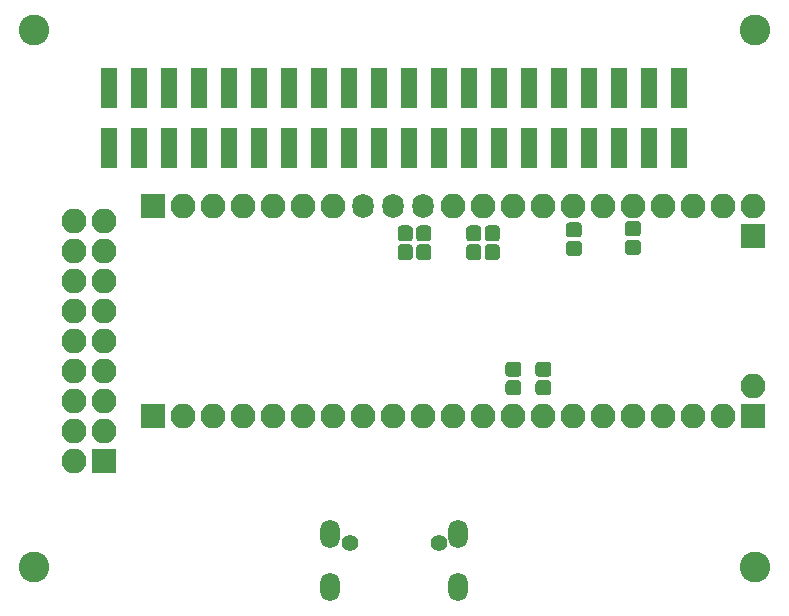
<source format=gbs>
G04 #@! TF.GenerationSoftware,KiCad,Pcbnew,(5.0.0)*
G04 #@! TF.CreationDate,2020-06-15T03:47:07+09:00*
G04 #@! TF.ProjectId,WioTerminal_TangNano,57696F5465726D696E616C5F54616E67,rev?*
G04 #@! TF.SameCoordinates,Original*
G04 #@! TF.FileFunction,Soldermask,Bot*
G04 #@! TF.FilePolarity,Negative*
%FSLAX46Y46*%
G04 Gerber Fmt 4.6, Leading zero omitted, Abs format (unit mm)*
G04 Created by KiCad (PCBNEW (5.0.0)) date 06/15/20 03:47:07*
%MOMM*%
%LPD*%
G01*
G04 APERTURE LIST*
%ADD10C,1.400000*%
%ADD11O,1.650000X2.400000*%
%ADD12C,0.100000*%
%ADD13C,1.275000*%
%ADD14C,2.600000*%
%ADD15R,1.400000X3.400000*%
%ADD16O,2.100000X2.100000*%
%ADD17O,1.800000X2.100000*%
%ADD18R,2.100000X2.100000*%
G04 APERTURE END LIST*
D10*
G04 #@! TO.C,J8*
X37750000Y5500000D03*
X30250000Y5500000D03*
D11*
X28575000Y6300000D03*
X39425000Y6300000D03*
X28575000Y1800000D03*
X39425000Y1800000D03*
G04 #@! TD*
D12*
G04 #@! TO.C,R1*
G36*
X54587493Y31210965D02*
X54618435Y31206375D01*
X54648778Y31198775D01*
X54678230Y31188237D01*
X54706508Y31174862D01*
X54733338Y31158781D01*
X54758463Y31140147D01*
X54781640Y31119140D01*
X54802647Y31095963D01*
X54821281Y31070838D01*
X54837362Y31044008D01*
X54850737Y31015730D01*
X54861275Y30986278D01*
X54868875Y30955935D01*
X54873465Y30924993D01*
X54875000Y30893750D01*
X54875000Y30256250D01*
X54873465Y30225007D01*
X54868875Y30194065D01*
X54861275Y30163722D01*
X54850737Y30134270D01*
X54837362Y30105992D01*
X54821281Y30079162D01*
X54802647Y30054037D01*
X54781640Y30030860D01*
X54758463Y30009853D01*
X54733338Y29991219D01*
X54706508Y29975138D01*
X54678230Y29961763D01*
X54648778Y29951225D01*
X54618435Y29943625D01*
X54587493Y29939035D01*
X54556250Y29937500D01*
X53843750Y29937500D01*
X53812507Y29939035D01*
X53781565Y29943625D01*
X53751222Y29951225D01*
X53721770Y29961763D01*
X53693492Y29975138D01*
X53666662Y29991219D01*
X53641537Y30009853D01*
X53618360Y30030860D01*
X53597353Y30054037D01*
X53578719Y30079162D01*
X53562638Y30105992D01*
X53549263Y30134270D01*
X53538725Y30163722D01*
X53531125Y30194065D01*
X53526535Y30225007D01*
X53525000Y30256250D01*
X53525000Y30893750D01*
X53526535Y30924993D01*
X53531125Y30955935D01*
X53538725Y30986278D01*
X53549263Y31015730D01*
X53562638Y31044008D01*
X53578719Y31070838D01*
X53597353Y31095963D01*
X53618360Y31119140D01*
X53641537Y31140147D01*
X53666662Y31158781D01*
X53693492Y31174862D01*
X53721770Y31188237D01*
X53751222Y31198775D01*
X53781565Y31206375D01*
X53812507Y31210965D01*
X53843750Y31212500D01*
X54556250Y31212500D01*
X54587493Y31210965D01*
X54587493Y31210965D01*
G37*
D13*
X54200000Y30575000D03*
D12*
G36*
X54587493Y32785965D02*
X54618435Y32781375D01*
X54648778Y32773775D01*
X54678230Y32763237D01*
X54706508Y32749862D01*
X54733338Y32733781D01*
X54758463Y32715147D01*
X54781640Y32694140D01*
X54802647Y32670963D01*
X54821281Y32645838D01*
X54837362Y32619008D01*
X54850737Y32590730D01*
X54861275Y32561278D01*
X54868875Y32530935D01*
X54873465Y32499993D01*
X54875000Y32468750D01*
X54875000Y31831250D01*
X54873465Y31800007D01*
X54868875Y31769065D01*
X54861275Y31738722D01*
X54850737Y31709270D01*
X54837362Y31680992D01*
X54821281Y31654162D01*
X54802647Y31629037D01*
X54781640Y31605860D01*
X54758463Y31584853D01*
X54733338Y31566219D01*
X54706508Y31550138D01*
X54678230Y31536763D01*
X54648778Y31526225D01*
X54618435Y31518625D01*
X54587493Y31514035D01*
X54556250Y31512500D01*
X53843750Y31512500D01*
X53812507Y31514035D01*
X53781565Y31518625D01*
X53751222Y31526225D01*
X53721770Y31536763D01*
X53693492Y31550138D01*
X53666662Y31566219D01*
X53641537Y31584853D01*
X53618360Y31605860D01*
X53597353Y31629037D01*
X53578719Y31654162D01*
X53562638Y31680992D01*
X53549263Y31709270D01*
X53538725Y31738722D01*
X53531125Y31769065D01*
X53526535Y31800007D01*
X53525000Y31831250D01*
X53525000Y32468750D01*
X53526535Y32499993D01*
X53531125Y32530935D01*
X53538725Y32561278D01*
X53549263Y32590730D01*
X53562638Y32619008D01*
X53578719Y32645838D01*
X53597353Y32670963D01*
X53618360Y32694140D01*
X53641537Y32715147D01*
X53666662Y32733781D01*
X53693492Y32749862D01*
X53721770Y32763237D01*
X53751222Y32773775D01*
X53781565Y32781375D01*
X53812507Y32785965D01*
X53843750Y32787500D01*
X54556250Y32787500D01*
X54587493Y32785965D01*
X54587493Y32785965D01*
G37*
D13*
X54200000Y32150000D03*
G04 #@! TD*
D12*
G04 #@! TO.C,R2*
G36*
X49587493Y32685965D02*
X49618435Y32681375D01*
X49648778Y32673775D01*
X49678230Y32663237D01*
X49706508Y32649862D01*
X49733338Y32633781D01*
X49758463Y32615147D01*
X49781640Y32594140D01*
X49802647Y32570963D01*
X49821281Y32545838D01*
X49837362Y32519008D01*
X49850737Y32490730D01*
X49861275Y32461278D01*
X49868875Y32430935D01*
X49873465Y32399993D01*
X49875000Y32368750D01*
X49875000Y31731250D01*
X49873465Y31700007D01*
X49868875Y31669065D01*
X49861275Y31638722D01*
X49850737Y31609270D01*
X49837362Y31580992D01*
X49821281Y31554162D01*
X49802647Y31529037D01*
X49781640Y31505860D01*
X49758463Y31484853D01*
X49733338Y31466219D01*
X49706508Y31450138D01*
X49678230Y31436763D01*
X49648778Y31426225D01*
X49618435Y31418625D01*
X49587493Y31414035D01*
X49556250Y31412500D01*
X48843750Y31412500D01*
X48812507Y31414035D01*
X48781565Y31418625D01*
X48751222Y31426225D01*
X48721770Y31436763D01*
X48693492Y31450138D01*
X48666662Y31466219D01*
X48641537Y31484853D01*
X48618360Y31505860D01*
X48597353Y31529037D01*
X48578719Y31554162D01*
X48562638Y31580992D01*
X48549263Y31609270D01*
X48538725Y31638722D01*
X48531125Y31669065D01*
X48526535Y31700007D01*
X48525000Y31731250D01*
X48525000Y32368750D01*
X48526535Y32399993D01*
X48531125Y32430935D01*
X48538725Y32461278D01*
X48549263Y32490730D01*
X48562638Y32519008D01*
X48578719Y32545838D01*
X48597353Y32570963D01*
X48618360Y32594140D01*
X48641537Y32615147D01*
X48666662Y32633781D01*
X48693492Y32649862D01*
X48721770Y32663237D01*
X48751222Y32673775D01*
X48781565Y32681375D01*
X48812507Y32685965D01*
X48843750Y32687500D01*
X49556250Y32687500D01*
X49587493Y32685965D01*
X49587493Y32685965D01*
G37*
D13*
X49200000Y32050000D03*
D12*
G36*
X49587493Y31110965D02*
X49618435Y31106375D01*
X49648778Y31098775D01*
X49678230Y31088237D01*
X49706508Y31074862D01*
X49733338Y31058781D01*
X49758463Y31040147D01*
X49781640Y31019140D01*
X49802647Y30995963D01*
X49821281Y30970838D01*
X49837362Y30944008D01*
X49850737Y30915730D01*
X49861275Y30886278D01*
X49868875Y30855935D01*
X49873465Y30824993D01*
X49875000Y30793750D01*
X49875000Y30156250D01*
X49873465Y30125007D01*
X49868875Y30094065D01*
X49861275Y30063722D01*
X49850737Y30034270D01*
X49837362Y30005992D01*
X49821281Y29979162D01*
X49802647Y29954037D01*
X49781640Y29930860D01*
X49758463Y29909853D01*
X49733338Y29891219D01*
X49706508Y29875138D01*
X49678230Y29861763D01*
X49648778Y29851225D01*
X49618435Y29843625D01*
X49587493Y29839035D01*
X49556250Y29837500D01*
X48843750Y29837500D01*
X48812507Y29839035D01*
X48781565Y29843625D01*
X48751222Y29851225D01*
X48721770Y29861763D01*
X48693492Y29875138D01*
X48666662Y29891219D01*
X48641537Y29909853D01*
X48618360Y29930860D01*
X48597353Y29954037D01*
X48578719Y29979162D01*
X48562638Y30005992D01*
X48549263Y30034270D01*
X48538725Y30063722D01*
X48531125Y30094065D01*
X48526535Y30125007D01*
X48525000Y30156250D01*
X48525000Y30793750D01*
X48526535Y30824993D01*
X48531125Y30855935D01*
X48538725Y30886278D01*
X48549263Y30915730D01*
X48562638Y30944008D01*
X48578719Y30970838D01*
X48597353Y30995963D01*
X48618360Y31019140D01*
X48641537Y31040147D01*
X48666662Y31058781D01*
X48693492Y31074862D01*
X48721770Y31088237D01*
X48751222Y31098775D01*
X48781565Y31106375D01*
X48812507Y31110965D01*
X48843750Y31112500D01*
X49556250Y31112500D01*
X49587493Y31110965D01*
X49587493Y31110965D01*
G37*
D13*
X49200000Y30475000D03*
G04 #@! TD*
D12*
G04 #@! TO.C,R3*
G36*
X47006246Y20885965D02*
X47037188Y20881375D01*
X47067531Y20873775D01*
X47096983Y20863237D01*
X47125261Y20849862D01*
X47152091Y20833781D01*
X47177216Y20815147D01*
X47200393Y20794140D01*
X47221400Y20770963D01*
X47240034Y20745838D01*
X47256115Y20719008D01*
X47269490Y20690730D01*
X47280028Y20661278D01*
X47287628Y20630935D01*
X47292218Y20599993D01*
X47293753Y20568750D01*
X47293753Y19931250D01*
X47292218Y19900007D01*
X47287628Y19869065D01*
X47280028Y19838722D01*
X47269490Y19809270D01*
X47256115Y19780992D01*
X47240034Y19754162D01*
X47221400Y19729037D01*
X47200393Y19705860D01*
X47177216Y19684853D01*
X47152091Y19666219D01*
X47125261Y19650138D01*
X47096983Y19636763D01*
X47067531Y19626225D01*
X47037188Y19618625D01*
X47006246Y19614035D01*
X46975003Y19612500D01*
X46262503Y19612500D01*
X46231260Y19614035D01*
X46200318Y19618625D01*
X46169975Y19626225D01*
X46140523Y19636763D01*
X46112245Y19650138D01*
X46085415Y19666219D01*
X46060290Y19684853D01*
X46037113Y19705860D01*
X46016106Y19729037D01*
X45997472Y19754162D01*
X45981391Y19780992D01*
X45968016Y19809270D01*
X45957478Y19838722D01*
X45949878Y19869065D01*
X45945288Y19900007D01*
X45943753Y19931250D01*
X45943753Y20568750D01*
X45945288Y20599993D01*
X45949878Y20630935D01*
X45957478Y20661278D01*
X45968016Y20690730D01*
X45981391Y20719008D01*
X45997472Y20745838D01*
X46016106Y20770963D01*
X46037113Y20794140D01*
X46060290Y20815147D01*
X46085415Y20833781D01*
X46112245Y20849862D01*
X46140523Y20863237D01*
X46169975Y20873775D01*
X46200318Y20881375D01*
X46231260Y20885965D01*
X46262503Y20887500D01*
X46975003Y20887500D01*
X47006246Y20885965D01*
X47006246Y20885965D01*
G37*
D13*
X46618753Y20250000D03*
D12*
G36*
X47006246Y19310965D02*
X47037188Y19306375D01*
X47067531Y19298775D01*
X47096983Y19288237D01*
X47125261Y19274862D01*
X47152091Y19258781D01*
X47177216Y19240147D01*
X47200393Y19219140D01*
X47221400Y19195963D01*
X47240034Y19170838D01*
X47256115Y19144008D01*
X47269490Y19115730D01*
X47280028Y19086278D01*
X47287628Y19055935D01*
X47292218Y19024993D01*
X47293753Y18993750D01*
X47293753Y18356250D01*
X47292218Y18325007D01*
X47287628Y18294065D01*
X47280028Y18263722D01*
X47269490Y18234270D01*
X47256115Y18205992D01*
X47240034Y18179162D01*
X47221400Y18154037D01*
X47200393Y18130860D01*
X47177216Y18109853D01*
X47152091Y18091219D01*
X47125261Y18075138D01*
X47096983Y18061763D01*
X47067531Y18051225D01*
X47037188Y18043625D01*
X47006246Y18039035D01*
X46975003Y18037500D01*
X46262503Y18037500D01*
X46231260Y18039035D01*
X46200318Y18043625D01*
X46169975Y18051225D01*
X46140523Y18061763D01*
X46112245Y18075138D01*
X46085415Y18091219D01*
X46060290Y18109853D01*
X46037113Y18130860D01*
X46016106Y18154037D01*
X45997472Y18179162D01*
X45981391Y18205992D01*
X45968016Y18234270D01*
X45957478Y18263722D01*
X45949878Y18294065D01*
X45945288Y18325007D01*
X45943753Y18356250D01*
X45943753Y18993750D01*
X45945288Y19024993D01*
X45949878Y19055935D01*
X45957478Y19086278D01*
X45968016Y19115730D01*
X45981391Y19144008D01*
X45997472Y19170838D01*
X46016106Y19195963D01*
X46037113Y19219140D01*
X46060290Y19240147D01*
X46085415Y19258781D01*
X46112245Y19274862D01*
X46140523Y19288237D01*
X46169975Y19298775D01*
X46200318Y19306375D01*
X46231260Y19310965D01*
X46262503Y19312500D01*
X46975003Y19312500D01*
X47006246Y19310965D01*
X47006246Y19310965D01*
G37*
D13*
X46618753Y18675000D03*
G04 #@! TD*
D12*
G04 #@! TO.C,R4*
G36*
X44466246Y19310965D02*
X44497188Y19306375D01*
X44527531Y19298775D01*
X44556983Y19288237D01*
X44585261Y19274862D01*
X44612091Y19258781D01*
X44637216Y19240147D01*
X44660393Y19219140D01*
X44681400Y19195963D01*
X44700034Y19170838D01*
X44716115Y19144008D01*
X44729490Y19115730D01*
X44740028Y19086278D01*
X44747628Y19055935D01*
X44752218Y19024993D01*
X44753753Y18993750D01*
X44753753Y18356250D01*
X44752218Y18325007D01*
X44747628Y18294065D01*
X44740028Y18263722D01*
X44729490Y18234270D01*
X44716115Y18205992D01*
X44700034Y18179162D01*
X44681400Y18154037D01*
X44660393Y18130860D01*
X44637216Y18109853D01*
X44612091Y18091219D01*
X44585261Y18075138D01*
X44556983Y18061763D01*
X44527531Y18051225D01*
X44497188Y18043625D01*
X44466246Y18039035D01*
X44435003Y18037500D01*
X43722503Y18037500D01*
X43691260Y18039035D01*
X43660318Y18043625D01*
X43629975Y18051225D01*
X43600523Y18061763D01*
X43572245Y18075138D01*
X43545415Y18091219D01*
X43520290Y18109853D01*
X43497113Y18130860D01*
X43476106Y18154037D01*
X43457472Y18179162D01*
X43441391Y18205992D01*
X43428016Y18234270D01*
X43417478Y18263722D01*
X43409878Y18294065D01*
X43405288Y18325007D01*
X43403753Y18356250D01*
X43403753Y18993750D01*
X43405288Y19024993D01*
X43409878Y19055935D01*
X43417478Y19086278D01*
X43428016Y19115730D01*
X43441391Y19144008D01*
X43457472Y19170838D01*
X43476106Y19195963D01*
X43497113Y19219140D01*
X43520290Y19240147D01*
X43545415Y19258781D01*
X43572245Y19274862D01*
X43600523Y19288237D01*
X43629975Y19298775D01*
X43660318Y19306375D01*
X43691260Y19310965D01*
X43722503Y19312500D01*
X44435003Y19312500D01*
X44466246Y19310965D01*
X44466246Y19310965D01*
G37*
D13*
X44078753Y18675000D03*
D12*
G36*
X44466246Y20885965D02*
X44497188Y20881375D01*
X44527531Y20873775D01*
X44556983Y20863237D01*
X44585261Y20849862D01*
X44612091Y20833781D01*
X44637216Y20815147D01*
X44660393Y20794140D01*
X44681400Y20770963D01*
X44700034Y20745838D01*
X44716115Y20719008D01*
X44729490Y20690730D01*
X44740028Y20661278D01*
X44747628Y20630935D01*
X44752218Y20599993D01*
X44753753Y20568750D01*
X44753753Y19931250D01*
X44752218Y19900007D01*
X44747628Y19869065D01*
X44740028Y19838722D01*
X44729490Y19809270D01*
X44716115Y19780992D01*
X44700034Y19754162D01*
X44681400Y19729037D01*
X44660393Y19705860D01*
X44637216Y19684853D01*
X44612091Y19666219D01*
X44585261Y19650138D01*
X44556983Y19636763D01*
X44527531Y19626225D01*
X44497188Y19618625D01*
X44466246Y19614035D01*
X44435003Y19612500D01*
X43722503Y19612500D01*
X43691260Y19614035D01*
X43660318Y19618625D01*
X43629975Y19626225D01*
X43600523Y19636763D01*
X43572245Y19650138D01*
X43545415Y19666219D01*
X43520290Y19684853D01*
X43497113Y19705860D01*
X43476106Y19729037D01*
X43457472Y19754162D01*
X43441391Y19780992D01*
X43428016Y19809270D01*
X43417478Y19838722D01*
X43409878Y19869065D01*
X43405288Y19900007D01*
X43403753Y19931250D01*
X43403753Y20568750D01*
X43405288Y20599993D01*
X43409878Y20630935D01*
X43417478Y20661278D01*
X43428016Y20690730D01*
X43441391Y20719008D01*
X43457472Y20745838D01*
X43476106Y20770963D01*
X43497113Y20794140D01*
X43520290Y20815147D01*
X43545415Y20833781D01*
X43572245Y20849862D01*
X43600523Y20863237D01*
X43629975Y20873775D01*
X43660318Y20881375D01*
X43691260Y20885965D01*
X43722503Y20887500D01*
X44435003Y20887500D01*
X44466246Y20885965D01*
X44466246Y20885965D01*
G37*
D13*
X44078753Y20250000D03*
G04 #@! TD*
D12*
G04 #@! TO.C,R11*
G36*
X41074993Y32423465D02*
X41105935Y32418875D01*
X41136278Y32411275D01*
X41165730Y32400737D01*
X41194008Y32387362D01*
X41220838Y32371281D01*
X41245963Y32352647D01*
X41269140Y32331640D01*
X41290147Y32308463D01*
X41308781Y32283338D01*
X41324862Y32256508D01*
X41338237Y32228230D01*
X41348775Y32198778D01*
X41356375Y32168435D01*
X41360965Y32137493D01*
X41362500Y32106250D01*
X41362500Y31393750D01*
X41360965Y31362507D01*
X41356375Y31331565D01*
X41348775Y31301222D01*
X41338237Y31271770D01*
X41324862Y31243492D01*
X41308781Y31216662D01*
X41290147Y31191537D01*
X41269140Y31168360D01*
X41245963Y31147353D01*
X41220838Y31128719D01*
X41194008Y31112638D01*
X41165730Y31099263D01*
X41136278Y31088725D01*
X41105935Y31081125D01*
X41074993Y31076535D01*
X41043750Y31075000D01*
X40406250Y31075000D01*
X40375007Y31076535D01*
X40344065Y31081125D01*
X40313722Y31088725D01*
X40284270Y31099263D01*
X40255992Y31112638D01*
X40229162Y31128719D01*
X40204037Y31147353D01*
X40180860Y31168360D01*
X40159853Y31191537D01*
X40141219Y31216662D01*
X40125138Y31243492D01*
X40111763Y31271770D01*
X40101225Y31301222D01*
X40093625Y31331565D01*
X40089035Y31362507D01*
X40087500Y31393750D01*
X40087500Y32106250D01*
X40089035Y32137493D01*
X40093625Y32168435D01*
X40101225Y32198778D01*
X40111763Y32228230D01*
X40125138Y32256508D01*
X40141219Y32283338D01*
X40159853Y32308463D01*
X40180860Y32331640D01*
X40204037Y32352647D01*
X40229162Y32371281D01*
X40255992Y32387362D01*
X40284270Y32400737D01*
X40313722Y32411275D01*
X40344065Y32418875D01*
X40375007Y32423465D01*
X40406250Y32425000D01*
X41043750Y32425000D01*
X41074993Y32423465D01*
X41074993Y32423465D01*
G37*
D13*
X40725000Y31750000D03*
D12*
G36*
X42649993Y32423465D02*
X42680935Y32418875D01*
X42711278Y32411275D01*
X42740730Y32400737D01*
X42769008Y32387362D01*
X42795838Y32371281D01*
X42820963Y32352647D01*
X42844140Y32331640D01*
X42865147Y32308463D01*
X42883781Y32283338D01*
X42899862Y32256508D01*
X42913237Y32228230D01*
X42923775Y32198778D01*
X42931375Y32168435D01*
X42935965Y32137493D01*
X42937500Y32106250D01*
X42937500Y31393750D01*
X42935965Y31362507D01*
X42931375Y31331565D01*
X42923775Y31301222D01*
X42913237Y31271770D01*
X42899862Y31243492D01*
X42883781Y31216662D01*
X42865147Y31191537D01*
X42844140Y31168360D01*
X42820963Y31147353D01*
X42795838Y31128719D01*
X42769008Y31112638D01*
X42740730Y31099263D01*
X42711278Y31088725D01*
X42680935Y31081125D01*
X42649993Y31076535D01*
X42618750Y31075000D01*
X41981250Y31075000D01*
X41950007Y31076535D01*
X41919065Y31081125D01*
X41888722Y31088725D01*
X41859270Y31099263D01*
X41830992Y31112638D01*
X41804162Y31128719D01*
X41779037Y31147353D01*
X41755860Y31168360D01*
X41734853Y31191537D01*
X41716219Y31216662D01*
X41700138Y31243492D01*
X41686763Y31271770D01*
X41676225Y31301222D01*
X41668625Y31331565D01*
X41664035Y31362507D01*
X41662500Y31393750D01*
X41662500Y32106250D01*
X41664035Y32137493D01*
X41668625Y32168435D01*
X41676225Y32198778D01*
X41686763Y32228230D01*
X41700138Y32256508D01*
X41716219Y32283338D01*
X41734853Y32308463D01*
X41755860Y32331640D01*
X41779037Y32352647D01*
X41804162Y32371281D01*
X41830992Y32387362D01*
X41859270Y32400737D01*
X41888722Y32411275D01*
X41919065Y32418875D01*
X41950007Y32423465D01*
X41981250Y32425000D01*
X42618750Y32425000D01*
X42649993Y32423465D01*
X42649993Y32423465D01*
G37*
D13*
X42300000Y31750000D03*
G04 #@! TD*
D12*
G04 #@! TO.C,R12*
G36*
X42637493Y30823465D02*
X42668435Y30818875D01*
X42698778Y30811275D01*
X42728230Y30800737D01*
X42756508Y30787362D01*
X42783338Y30771281D01*
X42808463Y30752647D01*
X42831640Y30731640D01*
X42852647Y30708463D01*
X42871281Y30683338D01*
X42887362Y30656508D01*
X42900737Y30628230D01*
X42911275Y30598778D01*
X42918875Y30568435D01*
X42923465Y30537493D01*
X42925000Y30506250D01*
X42925000Y29793750D01*
X42923465Y29762507D01*
X42918875Y29731565D01*
X42911275Y29701222D01*
X42900737Y29671770D01*
X42887362Y29643492D01*
X42871281Y29616662D01*
X42852647Y29591537D01*
X42831640Y29568360D01*
X42808463Y29547353D01*
X42783338Y29528719D01*
X42756508Y29512638D01*
X42728230Y29499263D01*
X42698778Y29488725D01*
X42668435Y29481125D01*
X42637493Y29476535D01*
X42606250Y29475000D01*
X41968750Y29475000D01*
X41937507Y29476535D01*
X41906565Y29481125D01*
X41876222Y29488725D01*
X41846770Y29499263D01*
X41818492Y29512638D01*
X41791662Y29528719D01*
X41766537Y29547353D01*
X41743360Y29568360D01*
X41722353Y29591537D01*
X41703719Y29616662D01*
X41687638Y29643492D01*
X41674263Y29671770D01*
X41663725Y29701222D01*
X41656125Y29731565D01*
X41651535Y29762507D01*
X41650000Y29793750D01*
X41650000Y30506250D01*
X41651535Y30537493D01*
X41656125Y30568435D01*
X41663725Y30598778D01*
X41674263Y30628230D01*
X41687638Y30656508D01*
X41703719Y30683338D01*
X41722353Y30708463D01*
X41743360Y30731640D01*
X41766537Y30752647D01*
X41791662Y30771281D01*
X41818492Y30787362D01*
X41846770Y30800737D01*
X41876222Y30811275D01*
X41906565Y30818875D01*
X41937507Y30823465D01*
X41968750Y30825000D01*
X42606250Y30825000D01*
X42637493Y30823465D01*
X42637493Y30823465D01*
G37*
D13*
X42287500Y30150000D03*
D12*
G36*
X41062493Y30823465D02*
X41093435Y30818875D01*
X41123778Y30811275D01*
X41153230Y30800737D01*
X41181508Y30787362D01*
X41208338Y30771281D01*
X41233463Y30752647D01*
X41256640Y30731640D01*
X41277647Y30708463D01*
X41296281Y30683338D01*
X41312362Y30656508D01*
X41325737Y30628230D01*
X41336275Y30598778D01*
X41343875Y30568435D01*
X41348465Y30537493D01*
X41350000Y30506250D01*
X41350000Y29793750D01*
X41348465Y29762507D01*
X41343875Y29731565D01*
X41336275Y29701222D01*
X41325737Y29671770D01*
X41312362Y29643492D01*
X41296281Y29616662D01*
X41277647Y29591537D01*
X41256640Y29568360D01*
X41233463Y29547353D01*
X41208338Y29528719D01*
X41181508Y29512638D01*
X41153230Y29499263D01*
X41123778Y29488725D01*
X41093435Y29481125D01*
X41062493Y29476535D01*
X41031250Y29475000D01*
X40393750Y29475000D01*
X40362507Y29476535D01*
X40331565Y29481125D01*
X40301222Y29488725D01*
X40271770Y29499263D01*
X40243492Y29512638D01*
X40216662Y29528719D01*
X40191537Y29547353D01*
X40168360Y29568360D01*
X40147353Y29591537D01*
X40128719Y29616662D01*
X40112638Y29643492D01*
X40099263Y29671770D01*
X40088725Y29701222D01*
X40081125Y29731565D01*
X40076535Y29762507D01*
X40075000Y29793750D01*
X40075000Y30506250D01*
X40076535Y30537493D01*
X40081125Y30568435D01*
X40088725Y30598778D01*
X40099263Y30628230D01*
X40112638Y30656508D01*
X40128719Y30683338D01*
X40147353Y30708463D01*
X40168360Y30731640D01*
X40191537Y30752647D01*
X40216662Y30771281D01*
X40243492Y30787362D01*
X40271770Y30800737D01*
X40301222Y30811275D01*
X40331565Y30818875D01*
X40362507Y30823465D01*
X40393750Y30825000D01*
X41031250Y30825000D01*
X41062493Y30823465D01*
X41062493Y30823465D01*
G37*
D13*
X40712500Y30150000D03*
G04 #@! TD*
D12*
G04 #@! TO.C,R13*
G36*
X36849993Y32423465D02*
X36880935Y32418875D01*
X36911278Y32411275D01*
X36940730Y32400737D01*
X36969008Y32387362D01*
X36995838Y32371281D01*
X37020963Y32352647D01*
X37044140Y32331640D01*
X37065147Y32308463D01*
X37083781Y32283338D01*
X37099862Y32256508D01*
X37113237Y32228230D01*
X37123775Y32198778D01*
X37131375Y32168435D01*
X37135965Y32137493D01*
X37137500Y32106250D01*
X37137500Y31393750D01*
X37135965Y31362507D01*
X37131375Y31331565D01*
X37123775Y31301222D01*
X37113237Y31271770D01*
X37099862Y31243492D01*
X37083781Y31216662D01*
X37065147Y31191537D01*
X37044140Y31168360D01*
X37020963Y31147353D01*
X36995838Y31128719D01*
X36969008Y31112638D01*
X36940730Y31099263D01*
X36911278Y31088725D01*
X36880935Y31081125D01*
X36849993Y31076535D01*
X36818750Y31075000D01*
X36181250Y31075000D01*
X36150007Y31076535D01*
X36119065Y31081125D01*
X36088722Y31088725D01*
X36059270Y31099263D01*
X36030992Y31112638D01*
X36004162Y31128719D01*
X35979037Y31147353D01*
X35955860Y31168360D01*
X35934853Y31191537D01*
X35916219Y31216662D01*
X35900138Y31243492D01*
X35886763Y31271770D01*
X35876225Y31301222D01*
X35868625Y31331565D01*
X35864035Y31362507D01*
X35862500Y31393750D01*
X35862500Y32106250D01*
X35864035Y32137493D01*
X35868625Y32168435D01*
X35876225Y32198778D01*
X35886763Y32228230D01*
X35900138Y32256508D01*
X35916219Y32283338D01*
X35934853Y32308463D01*
X35955860Y32331640D01*
X35979037Y32352647D01*
X36004162Y32371281D01*
X36030992Y32387362D01*
X36059270Y32400737D01*
X36088722Y32411275D01*
X36119065Y32418875D01*
X36150007Y32423465D01*
X36181250Y32425000D01*
X36818750Y32425000D01*
X36849993Y32423465D01*
X36849993Y32423465D01*
G37*
D13*
X36500000Y31750000D03*
D12*
G36*
X35274993Y32423465D02*
X35305935Y32418875D01*
X35336278Y32411275D01*
X35365730Y32400737D01*
X35394008Y32387362D01*
X35420838Y32371281D01*
X35445963Y32352647D01*
X35469140Y32331640D01*
X35490147Y32308463D01*
X35508781Y32283338D01*
X35524862Y32256508D01*
X35538237Y32228230D01*
X35548775Y32198778D01*
X35556375Y32168435D01*
X35560965Y32137493D01*
X35562500Y32106250D01*
X35562500Y31393750D01*
X35560965Y31362507D01*
X35556375Y31331565D01*
X35548775Y31301222D01*
X35538237Y31271770D01*
X35524862Y31243492D01*
X35508781Y31216662D01*
X35490147Y31191537D01*
X35469140Y31168360D01*
X35445963Y31147353D01*
X35420838Y31128719D01*
X35394008Y31112638D01*
X35365730Y31099263D01*
X35336278Y31088725D01*
X35305935Y31081125D01*
X35274993Y31076535D01*
X35243750Y31075000D01*
X34606250Y31075000D01*
X34575007Y31076535D01*
X34544065Y31081125D01*
X34513722Y31088725D01*
X34484270Y31099263D01*
X34455992Y31112638D01*
X34429162Y31128719D01*
X34404037Y31147353D01*
X34380860Y31168360D01*
X34359853Y31191537D01*
X34341219Y31216662D01*
X34325138Y31243492D01*
X34311763Y31271770D01*
X34301225Y31301222D01*
X34293625Y31331565D01*
X34289035Y31362507D01*
X34287500Y31393750D01*
X34287500Y32106250D01*
X34289035Y32137493D01*
X34293625Y32168435D01*
X34301225Y32198778D01*
X34311763Y32228230D01*
X34325138Y32256508D01*
X34341219Y32283338D01*
X34359853Y32308463D01*
X34380860Y32331640D01*
X34404037Y32352647D01*
X34429162Y32371281D01*
X34455992Y32387362D01*
X34484270Y32400737D01*
X34513722Y32411275D01*
X34544065Y32418875D01*
X34575007Y32423465D01*
X34606250Y32425000D01*
X35243750Y32425000D01*
X35274993Y32423465D01*
X35274993Y32423465D01*
G37*
D13*
X34925000Y31750000D03*
G04 #@! TD*
D12*
G04 #@! TO.C,R14*
G36*
X35274993Y30823465D02*
X35305935Y30818875D01*
X35336278Y30811275D01*
X35365730Y30800737D01*
X35394008Y30787362D01*
X35420838Y30771281D01*
X35445963Y30752647D01*
X35469140Y30731640D01*
X35490147Y30708463D01*
X35508781Y30683338D01*
X35524862Y30656508D01*
X35538237Y30628230D01*
X35548775Y30598778D01*
X35556375Y30568435D01*
X35560965Y30537493D01*
X35562500Y30506250D01*
X35562500Y29793750D01*
X35560965Y29762507D01*
X35556375Y29731565D01*
X35548775Y29701222D01*
X35538237Y29671770D01*
X35524862Y29643492D01*
X35508781Y29616662D01*
X35490147Y29591537D01*
X35469140Y29568360D01*
X35445963Y29547353D01*
X35420838Y29528719D01*
X35394008Y29512638D01*
X35365730Y29499263D01*
X35336278Y29488725D01*
X35305935Y29481125D01*
X35274993Y29476535D01*
X35243750Y29475000D01*
X34606250Y29475000D01*
X34575007Y29476535D01*
X34544065Y29481125D01*
X34513722Y29488725D01*
X34484270Y29499263D01*
X34455992Y29512638D01*
X34429162Y29528719D01*
X34404037Y29547353D01*
X34380860Y29568360D01*
X34359853Y29591537D01*
X34341219Y29616662D01*
X34325138Y29643492D01*
X34311763Y29671770D01*
X34301225Y29701222D01*
X34293625Y29731565D01*
X34289035Y29762507D01*
X34287500Y29793750D01*
X34287500Y30506250D01*
X34289035Y30537493D01*
X34293625Y30568435D01*
X34301225Y30598778D01*
X34311763Y30628230D01*
X34325138Y30656508D01*
X34341219Y30683338D01*
X34359853Y30708463D01*
X34380860Y30731640D01*
X34404037Y30752647D01*
X34429162Y30771281D01*
X34455992Y30787362D01*
X34484270Y30800737D01*
X34513722Y30811275D01*
X34544065Y30818875D01*
X34575007Y30823465D01*
X34606250Y30825000D01*
X35243750Y30825000D01*
X35274993Y30823465D01*
X35274993Y30823465D01*
G37*
D13*
X34925000Y30150000D03*
D12*
G36*
X36849993Y30823465D02*
X36880935Y30818875D01*
X36911278Y30811275D01*
X36940730Y30800737D01*
X36969008Y30787362D01*
X36995838Y30771281D01*
X37020963Y30752647D01*
X37044140Y30731640D01*
X37065147Y30708463D01*
X37083781Y30683338D01*
X37099862Y30656508D01*
X37113237Y30628230D01*
X37123775Y30598778D01*
X37131375Y30568435D01*
X37135965Y30537493D01*
X37137500Y30506250D01*
X37137500Y29793750D01*
X37135965Y29762507D01*
X37131375Y29731565D01*
X37123775Y29701222D01*
X37113237Y29671770D01*
X37099862Y29643492D01*
X37083781Y29616662D01*
X37065147Y29591537D01*
X37044140Y29568360D01*
X37020963Y29547353D01*
X36995838Y29528719D01*
X36969008Y29512638D01*
X36940730Y29499263D01*
X36911278Y29488725D01*
X36880935Y29481125D01*
X36849993Y29476535D01*
X36818750Y29475000D01*
X36181250Y29475000D01*
X36150007Y29476535D01*
X36119065Y29481125D01*
X36088722Y29488725D01*
X36059270Y29499263D01*
X36030992Y29512638D01*
X36004162Y29528719D01*
X35979037Y29547353D01*
X35955860Y29568360D01*
X35934853Y29591537D01*
X35916219Y29616662D01*
X35900138Y29643492D01*
X35886763Y29671770D01*
X35876225Y29701222D01*
X35868625Y29731565D01*
X35864035Y29762507D01*
X35862500Y29793750D01*
X35862500Y30506250D01*
X35864035Y30537493D01*
X35868625Y30568435D01*
X35876225Y30598778D01*
X35886763Y30628230D01*
X35900138Y30656508D01*
X35916219Y30683338D01*
X35934853Y30708463D01*
X35955860Y30731640D01*
X35979037Y30752647D01*
X36004162Y30771281D01*
X36030992Y30787362D01*
X36059270Y30800737D01*
X36088722Y30811275D01*
X36119065Y30818875D01*
X36150007Y30823465D01*
X36181250Y30825000D01*
X36818750Y30825000D01*
X36849993Y30823465D01*
X36849993Y30823465D01*
G37*
D13*
X36500000Y30150000D03*
G04 #@! TD*
D14*
G04 #@! TO.C,MH1*
X3500000Y3500000D03*
G04 #@! TD*
G04 #@! TO.C,MH2*
X64500000Y3500000D03*
G04 #@! TD*
G04 #@! TO.C,MH3*
X64500000Y49000000D03*
G04 #@! TD*
G04 #@! TO.C,MH4*
X3500000Y49000000D03*
G04 #@! TD*
D15*
G04 #@! TO.C,J9*
X9870000Y38980000D03*
X9870000Y44020000D03*
X12410000Y38980000D03*
X12410000Y44020000D03*
X14950000Y38980000D03*
X14950000Y44020000D03*
X17490000Y38980000D03*
X17490000Y44020000D03*
X20030000Y38980000D03*
X20030000Y44020000D03*
X22570000Y38980000D03*
X22570000Y44020000D03*
X25110000Y38980000D03*
X25110000Y44020000D03*
X27650000Y38980000D03*
X27650000Y44020000D03*
X30190000Y38980000D03*
X30190000Y44020000D03*
X32730000Y38980000D03*
X32730000Y44020000D03*
X35270000Y38980000D03*
X35270000Y44020000D03*
X37810000Y38980000D03*
X37810000Y44020000D03*
X40350000Y38980000D03*
X40350000Y44020000D03*
X42890000Y38980000D03*
X42890000Y44020000D03*
X45430000Y38980000D03*
X45430000Y44020000D03*
X47970000Y38980000D03*
X47970000Y44020000D03*
X50510000Y38980000D03*
X50510000Y44020000D03*
X53050000Y38980000D03*
X53050000Y44020000D03*
X55590000Y38980000D03*
X55590000Y44020000D03*
X58130000Y38980000D03*
X58130000Y44020000D03*
G04 #@! TD*
D16*
G04 #@! TO.C,J2*
X61858753Y34067358D03*
X59318753Y34067358D03*
X56778753Y34067358D03*
X54238753Y34067358D03*
X51698753Y34067358D03*
X49158753Y34067358D03*
X46618753Y34067358D03*
X44078753Y34067358D03*
X41538753Y34067358D03*
X38998753Y34067358D03*
D17*
X36458753Y34067358D03*
X33918753Y34067358D03*
X31378753Y34067358D03*
D16*
X28838753Y34067358D03*
X26298753Y34067358D03*
X23758753Y34067358D03*
X21218753Y34067358D03*
X18678753Y34067358D03*
X16138753Y34067358D03*
D18*
X13598753Y34067358D03*
G04 #@! TD*
G04 #@! TO.C,J6*
X13598753Y16287358D03*
D16*
X16138753Y16287358D03*
X18678753Y16287358D03*
X21218753Y16287358D03*
X23758753Y16287358D03*
X26298753Y16287358D03*
X28838753Y16287358D03*
X31378753Y16287358D03*
X33918753Y16287358D03*
X36458753Y16287358D03*
X38998753Y16287358D03*
X41538753Y16287358D03*
X44078753Y16287358D03*
X46618753Y16287358D03*
X49158753Y16287358D03*
X51698753Y16287358D03*
X54238753Y16287358D03*
X56778753Y16287358D03*
X59318753Y16287358D03*
X61858753Y16287358D03*
G04 #@! TD*
D18*
G04 #@! TO.C,J4*
X9440000Y12490000D03*
D16*
X6900000Y12490000D03*
X9440000Y15030000D03*
X6900000Y15030000D03*
X9440000Y17570000D03*
X6900000Y17570000D03*
X9440000Y20110000D03*
X6900000Y20110000D03*
X9440000Y22650000D03*
X6900000Y22650000D03*
X9440000Y25190000D03*
X6900000Y25190000D03*
X9440000Y27730000D03*
X6900000Y27730000D03*
X9440000Y30270000D03*
X6900000Y30270000D03*
X9440000Y32810000D03*
X6900000Y32810000D03*
G04 #@! TD*
G04 #@! TO.C,J5*
X64398753Y34067358D03*
D18*
X64398753Y31527358D03*
G04 #@! TD*
G04 #@! TO.C,J7*
X64398753Y16287358D03*
D16*
X64398753Y18827358D03*
G04 #@! TD*
M02*

</source>
